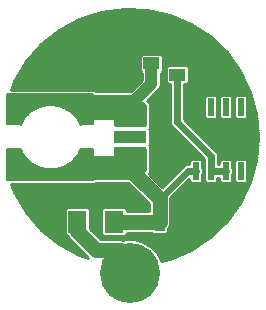
<source format=gtl>
G75*
%MOIN*%
%OFA0B0*%
%FSLAX25Y25*%
%IPPOS*%
%LPD*%
%AMOC8*
5,1,8,0,0,1.08239X$1,22.5*
%
%ADD10C,0.00500*%
%ADD11C,0.00160*%
%ADD12R,0.05000X0.05000*%
%ADD13R,0.11024X0.02165*%
%ADD14R,0.11024X0.03937*%
%ADD15R,0.05512X0.03937*%
%ADD16R,0.03543X0.06299*%
%ADD17R,0.02165X0.05906*%
%ADD18R,0.06299X0.07480*%
%ADD19C,0.15000*%
%ADD20C,0.20000*%
%ADD21C,0.01000*%
%ADD22C,0.04000*%
%ADD23C,0.05000*%
%ADD24C,0.02400*%
D10*
X0086981Y0044630D02*
X0086981Y0054866D01*
X0091509Y0054866D01*
X0091871Y0053609D01*
X0092426Y0052424D01*
X0093159Y0051340D01*
X0094053Y0050384D01*
X0095085Y0049580D01*
X0096230Y0048947D01*
X0097460Y0048501D01*
X0098745Y0048253D01*
X0100053Y0048209D01*
X0101351Y0048370D01*
X0102657Y0048162D01*
X0103980Y0048170D01*
X0105283Y0048396D01*
X0106532Y0048832D01*
X0107692Y0049467D01*
X0108732Y0050284D01*
X0109624Y0051261D01*
X0110344Y0052371D01*
X0110872Y0053583D01*
X0111194Y0054866D01*
X0115721Y0054866D01*
X0115721Y0044630D01*
X0086981Y0044630D01*
X0086981Y0044870D02*
X0115721Y0044870D01*
X0115721Y0045369D02*
X0086981Y0045369D01*
X0086981Y0045868D02*
X0115721Y0045868D01*
X0115721Y0046366D02*
X0086981Y0046366D01*
X0086981Y0046865D02*
X0115721Y0046865D01*
X0115721Y0047363D02*
X0086981Y0047363D01*
X0086981Y0047862D02*
X0115721Y0047862D01*
X0115721Y0048360D02*
X0105076Y0048360D01*
X0106580Y0048859D02*
X0115721Y0048859D01*
X0115721Y0049357D02*
X0107490Y0049357D01*
X0108186Y0049856D02*
X0115721Y0049856D01*
X0115721Y0050354D02*
X0108796Y0050354D01*
X0109251Y0050853D02*
X0115721Y0050853D01*
X0115721Y0051351D02*
X0109683Y0051351D01*
X0110006Y0051850D02*
X0115721Y0051850D01*
X0115721Y0052348D02*
X0110329Y0052348D01*
X0110551Y0052847D02*
X0115721Y0052847D01*
X0115721Y0053345D02*
X0110768Y0053345D01*
X0110937Y0053844D02*
X0115721Y0053844D01*
X0115721Y0054342D02*
X0111062Y0054342D01*
X0111188Y0054841D02*
X0115721Y0054841D01*
X0115721Y0063134D02*
X0111194Y0063134D01*
X0110832Y0064391D01*
X0110277Y0065576D01*
X0109544Y0066660D01*
X0108650Y0067616D01*
X0107618Y0068420D01*
X0106473Y0069053D01*
X0105243Y0069499D01*
X0103958Y0069747D01*
X0102650Y0069791D01*
X0101351Y0069630D01*
X0100045Y0069838D01*
X0098723Y0069830D01*
X0097419Y0069604D01*
X0096171Y0069168D01*
X0095011Y0068533D01*
X0093971Y0067716D01*
X0093078Y0066739D01*
X0092359Y0065629D01*
X0091831Y0064417D01*
X0091509Y0063134D01*
X0086981Y0063134D01*
X0086981Y0073370D01*
X0115721Y0073370D01*
X0115721Y0063134D01*
X0115721Y0063315D02*
X0111142Y0063315D01*
X0110998Y0063814D02*
X0115721Y0063814D01*
X0115721Y0064312D02*
X0110854Y0064312D01*
X0110635Y0064811D02*
X0115721Y0064811D01*
X0115721Y0065309D02*
X0110402Y0065309D01*
X0110120Y0065808D02*
X0115721Y0065808D01*
X0115721Y0066306D02*
X0109783Y0066306D01*
X0109409Y0066805D02*
X0115721Y0066805D01*
X0115721Y0067303D02*
X0108942Y0067303D01*
X0108412Y0067802D02*
X0115721Y0067802D01*
X0115721Y0068301D02*
X0107772Y0068301D01*
X0106933Y0068799D02*
X0115721Y0068799D01*
X0115721Y0069298D02*
X0105799Y0069298D01*
X0100310Y0069796D02*
X0115721Y0069796D01*
X0115721Y0070295D02*
X0086981Y0070295D01*
X0086981Y0070793D02*
X0115721Y0070793D01*
X0115721Y0071292D02*
X0086981Y0071292D01*
X0086981Y0071790D02*
X0115721Y0071790D01*
X0115721Y0072289D02*
X0086981Y0072289D01*
X0086981Y0072787D02*
X0115721Y0072787D01*
X0115721Y0073286D02*
X0086981Y0073286D01*
X0086981Y0069796D02*
X0098529Y0069796D01*
X0096542Y0069298D02*
X0086981Y0069298D01*
X0086981Y0068799D02*
X0095497Y0068799D01*
X0094715Y0068301D02*
X0086981Y0068301D01*
X0086981Y0067802D02*
X0094081Y0067802D01*
X0093594Y0067303D02*
X0086981Y0067303D01*
X0086981Y0066805D02*
X0093139Y0066805D01*
X0092798Y0066306D02*
X0086981Y0066306D01*
X0086981Y0065808D02*
X0092475Y0065808D01*
X0092219Y0065309D02*
X0086981Y0065309D01*
X0086981Y0064811D02*
X0092002Y0064811D01*
X0091805Y0064312D02*
X0086981Y0064312D01*
X0086981Y0063814D02*
X0091680Y0063814D01*
X0091554Y0063315D02*
X0086981Y0063315D01*
X0086981Y0054841D02*
X0091516Y0054841D01*
X0091660Y0054342D02*
X0086981Y0054342D01*
X0086981Y0053844D02*
X0091803Y0053844D01*
X0091995Y0053345D02*
X0086981Y0053345D01*
X0086981Y0052847D02*
X0092228Y0052847D01*
X0092477Y0052348D02*
X0086981Y0052348D01*
X0086981Y0051850D02*
X0092814Y0051850D01*
X0093151Y0051351D02*
X0086981Y0051351D01*
X0086981Y0050853D02*
X0093614Y0050853D01*
X0094091Y0050354D02*
X0086981Y0050354D01*
X0086981Y0049856D02*
X0094731Y0049856D01*
X0095488Y0049357D02*
X0086981Y0049357D01*
X0086981Y0048859D02*
X0096473Y0048859D01*
X0098190Y0048360D02*
X0086981Y0048360D01*
X0101271Y0048360D02*
X0101414Y0048360D01*
D11*
X0112455Y0063643D02*
X0111128Y0063085D01*
X0111023Y0063323D01*
X0110911Y0063558D01*
X0110795Y0063790D01*
X0110672Y0064019D01*
X0110544Y0064245D01*
X0110410Y0064468D01*
X0110271Y0064688D01*
X0110127Y0064904D01*
X0109977Y0065117D01*
X0109823Y0065326D01*
X0109663Y0065531D01*
X0109498Y0065732D01*
X0109329Y0065929D01*
X0109155Y0066122D01*
X0108976Y0066310D01*
X0108792Y0066494D01*
X0108604Y0066674D01*
X0108412Y0066849D01*
X0108215Y0067019D01*
X0108015Y0067184D01*
X0107810Y0067345D01*
X0107602Y0067500D01*
X0107390Y0067650D01*
X0107174Y0067796D01*
X0106955Y0067935D01*
X0106733Y0068070D01*
X0106507Y0068198D01*
X0106278Y0068322D01*
X0106046Y0068440D01*
X0105812Y0068552D01*
X0105575Y0068658D01*
X0105335Y0068758D01*
X0105093Y0068853D01*
X0104848Y0068942D01*
X0104602Y0069024D01*
X0104354Y0069101D01*
X0104103Y0069171D01*
X0103852Y0069236D01*
X0103598Y0069294D01*
X0103344Y0069346D01*
X0103088Y0069392D01*
X0102831Y0069432D01*
X0102573Y0069465D01*
X0102314Y0069492D01*
X0102055Y0069513D01*
X0101796Y0069527D01*
X0101536Y0069535D01*
X0101276Y0069537D01*
X0101016Y0069532D01*
X0100757Y0069521D01*
X0100497Y0069504D01*
X0100238Y0069480D01*
X0099980Y0069450D01*
X0099723Y0069414D01*
X0099466Y0069372D01*
X0099211Y0069323D01*
X0098957Y0069268D01*
X0098704Y0069207D01*
X0098453Y0069140D01*
X0098204Y0069066D01*
X0097956Y0068987D01*
X0097711Y0068901D01*
X0097468Y0068810D01*
X0097226Y0068713D01*
X0096988Y0068610D01*
X0096752Y0068501D01*
X0096519Y0068386D01*
X0096288Y0068266D01*
X0096061Y0068140D01*
X0095837Y0068008D01*
X0095616Y0067872D01*
X0095398Y0067729D01*
X0095184Y0067582D01*
X0094974Y0067429D01*
X0094767Y0067272D01*
X0094564Y0067109D01*
X0094366Y0066941D01*
X0094171Y0066769D01*
X0093981Y0066592D01*
X0093795Y0066410D01*
X0093613Y0066224D01*
X0093437Y0066033D01*
X0093264Y0065839D01*
X0093097Y0065640D01*
X0092935Y0065437D01*
X0092777Y0065230D01*
X0092625Y0065019D01*
X0092478Y0064805D01*
X0092336Y0064587D01*
X0092200Y0064366D01*
X0092068Y0064142D01*
X0091943Y0063914D01*
X0091823Y0063683D01*
X0091709Y0063450D01*
X0091600Y0063214D01*
X0091497Y0062975D01*
X0090164Y0063518D01*
X0090280Y0063790D01*
X0090403Y0064058D01*
X0090533Y0064323D01*
X0090669Y0064585D01*
X0090811Y0064844D01*
X0090960Y0065099D01*
X0091115Y0065351D01*
X0091276Y0065598D01*
X0091443Y0065842D01*
X0091616Y0066081D01*
X0091794Y0066316D01*
X0091979Y0066547D01*
X0092169Y0066773D01*
X0092364Y0066994D01*
X0092565Y0067211D01*
X0092771Y0067422D01*
X0092982Y0067629D01*
X0093198Y0067830D01*
X0093419Y0068026D01*
X0093644Y0068217D01*
X0093874Y0068402D01*
X0094109Y0068581D01*
X0094348Y0068754D01*
X0094591Y0068922D01*
X0094838Y0069084D01*
X0095089Y0069239D01*
X0095344Y0069389D01*
X0095602Y0069532D01*
X0095864Y0069669D01*
X0096129Y0069799D01*
X0096397Y0069923D01*
X0096668Y0070040D01*
X0096942Y0070151D01*
X0097218Y0070255D01*
X0097497Y0070352D01*
X0097778Y0070442D01*
X0098061Y0070525D01*
X0098346Y0070602D01*
X0098633Y0070671D01*
X0098922Y0070734D01*
X0099212Y0070789D01*
X0099503Y0070837D01*
X0099796Y0070879D01*
X0100089Y0070913D01*
X0100383Y0070939D01*
X0100678Y0070959D01*
X0100973Y0070972D01*
X0101268Y0070977D01*
X0101563Y0070975D01*
X0101858Y0070966D01*
X0102153Y0070949D01*
X0102448Y0070926D01*
X0102741Y0070895D01*
X0103034Y0070857D01*
X0103326Y0070812D01*
X0103617Y0070760D01*
X0103906Y0070701D01*
X0104194Y0070635D01*
X0104480Y0070561D01*
X0104764Y0070481D01*
X0105046Y0070394D01*
X0105326Y0070300D01*
X0105603Y0070199D01*
X0105878Y0070092D01*
X0106151Y0069978D01*
X0106420Y0069857D01*
X0106687Y0069729D01*
X0106950Y0069596D01*
X0107210Y0069455D01*
X0107466Y0069309D01*
X0107719Y0069156D01*
X0107968Y0068997D01*
X0108213Y0068832D01*
X0108453Y0068662D01*
X0108690Y0068485D01*
X0108922Y0068303D01*
X0109150Y0068115D01*
X0109373Y0067921D01*
X0109591Y0067722D01*
X0109805Y0067518D01*
X0110013Y0067309D01*
X0110216Y0067095D01*
X0110414Y0066875D01*
X0110606Y0066651D01*
X0110793Y0066423D01*
X0110975Y0066190D01*
X0111150Y0065952D01*
X0111320Y0065711D01*
X0111484Y0065465D01*
X0111641Y0065215D01*
X0111793Y0064962D01*
X0111938Y0064705D01*
X0112077Y0064444D01*
X0112210Y0064181D01*
X0112336Y0063914D01*
X0112456Y0063644D01*
X0112316Y0063585D01*
X0112198Y0063852D01*
X0112074Y0064115D01*
X0111943Y0064376D01*
X0111805Y0064633D01*
X0111662Y0064887D01*
X0111512Y0065137D01*
X0111357Y0065384D01*
X0111195Y0065626D01*
X0111027Y0065865D01*
X0110854Y0066099D01*
X0110675Y0066329D01*
X0110490Y0066555D01*
X0110300Y0066776D01*
X0110105Y0066993D01*
X0109904Y0067204D01*
X0109699Y0067411D01*
X0109488Y0067612D01*
X0109272Y0067809D01*
X0109052Y0068000D01*
X0108827Y0068185D01*
X0108598Y0068365D01*
X0108364Y0068540D01*
X0108126Y0068708D01*
X0107884Y0068871D01*
X0107639Y0069028D01*
X0107389Y0069179D01*
X0107136Y0069324D01*
X0106879Y0069462D01*
X0106619Y0069594D01*
X0106356Y0069720D01*
X0106090Y0069839D01*
X0105821Y0069952D01*
X0105550Y0070058D01*
X0105276Y0070158D01*
X0104999Y0070250D01*
X0104721Y0070336D01*
X0104440Y0070416D01*
X0104158Y0070488D01*
X0103874Y0070553D01*
X0103588Y0070612D01*
X0103301Y0070663D01*
X0103013Y0070708D01*
X0102724Y0070745D01*
X0102434Y0070775D01*
X0102143Y0070799D01*
X0101852Y0070815D01*
X0101560Y0070824D01*
X0101269Y0070826D01*
X0100977Y0070821D01*
X0100686Y0070808D01*
X0100395Y0070789D01*
X0100105Y0070762D01*
X0099815Y0070729D01*
X0099526Y0070688D01*
X0099239Y0070640D01*
X0098952Y0070586D01*
X0098667Y0070524D01*
X0098384Y0070456D01*
X0098102Y0070380D01*
X0097823Y0070298D01*
X0097545Y0070209D01*
X0097270Y0070113D01*
X0096997Y0070010D01*
X0096726Y0069901D01*
X0096459Y0069785D01*
X0096194Y0069663D01*
X0095933Y0069534D01*
X0095674Y0069399D01*
X0095419Y0069258D01*
X0095168Y0069110D01*
X0094920Y0068957D01*
X0094676Y0068797D01*
X0094436Y0068632D01*
X0094200Y0068460D01*
X0093968Y0068283D01*
X0093741Y0068101D01*
X0093518Y0067912D01*
X0093300Y0067719D01*
X0093087Y0067520D01*
X0092878Y0067316D01*
X0092675Y0067107D01*
X0092477Y0066894D01*
X0092284Y0066675D01*
X0092096Y0066452D01*
X0091914Y0066224D01*
X0091738Y0065992D01*
X0091567Y0065755D01*
X0091402Y0065515D01*
X0091243Y0065271D01*
X0091090Y0065022D01*
X0090943Y0064770D01*
X0090803Y0064515D01*
X0090668Y0064256D01*
X0090540Y0063994D01*
X0090419Y0063729D01*
X0090303Y0063461D01*
X0090443Y0063404D01*
X0090557Y0063669D01*
X0090677Y0063931D01*
X0090803Y0064189D01*
X0090936Y0064445D01*
X0091075Y0064697D01*
X0091220Y0064945D01*
X0091371Y0065190D01*
X0091528Y0065432D01*
X0091691Y0065669D01*
X0091859Y0065903D01*
X0092034Y0066132D01*
X0092213Y0066357D01*
X0092399Y0066577D01*
X0092589Y0066793D01*
X0092785Y0067004D01*
X0092986Y0067210D01*
X0093191Y0067411D01*
X0093402Y0067608D01*
X0093617Y0067799D01*
X0093837Y0067984D01*
X0094062Y0068165D01*
X0094290Y0068339D01*
X0094523Y0068509D01*
X0094760Y0068672D01*
X0095001Y0068830D01*
X0095246Y0068981D01*
X0095494Y0069127D01*
X0095746Y0069266D01*
X0096001Y0069400D01*
X0096259Y0069527D01*
X0096521Y0069647D01*
X0096785Y0069762D01*
X0097052Y0069869D01*
X0097321Y0069971D01*
X0097593Y0070065D01*
X0097867Y0070153D01*
X0098143Y0070235D01*
X0098422Y0070309D01*
X0098701Y0070377D01*
X0098983Y0070438D01*
X0099265Y0070492D01*
X0099549Y0070539D01*
X0099834Y0070579D01*
X0100120Y0070612D01*
X0100407Y0070638D01*
X0100694Y0070658D01*
X0100982Y0070670D01*
X0101270Y0070675D01*
X0101558Y0070673D01*
X0101845Y0070664D01*
X0102133Y0070648D01*
X0102420Y0070625D01*
X0102706Y0070595D01*
X0102991Y0070558D01*
X0103276Y0070514D01*
X0103559Y0070464D01*
X0103841Y0070406D01*
X0104122Y0070341D01*
X0104401Y0070270D01*
X0104678Y0070192D01*
X0104953Y0070107D01*
X0105226Y0070015D01*
X0105496Y0069917D01*
X0105764Y0069812D01*
X0106030Y0069701D01*
X0106293Y0069583D01*
X0106552Y0069459D01*
X0106809Y0069328D01*
X0107062Y0069192D01*
X0107312Y0069049D01*
X0107559Y0068900D01*
X0107801Y0068745D01*
X0108040Y0068585D01*
X0108275Y0068418D01*
X0108506Y0068246D01*
X0108732Y0068068D01*
X0108954Y0067885D01*
X0109172Y0067696D01*
X0109384Y0067502D01*
X0109592Y0067303D01*
X0109795Y0067099D01*
X0109994Y0066891D01*
X0110186Y0066677D01*
X0110374Y0066459D01*
X0110556Y0066236D01*
X0110733Y0066009D01*
X0110904Y0065777D01*
X0111070Y0065542D01*
X0111229Y0065302D01*
X0111383Y0065059D01*
X0111531Y0064812D01*
X0111673Y0064561D01*
X0111808Y0064307D01*
X0111938Y0064050D01*
X0112061Y0063790D01*
X0112177Y0063527D01*
X0112038Y0063468D01*
X0111923Y0063728D01*
X0111801Y0063985D01*
X0111674Y0064239D01*
X0111540Y0064489D01*
X0111400Y0064737D01*
X0111254Y0064980D01*
X0111102Y0065221D01*
X0110945Y0065457D01*
X0110781Y0065690D01*
X0110612Y0065918D01*
X0110438Y0066142D01*
X0110258Y0066362D01*
X0110073Y0066578D01*
X0109882Y0066789D01*
X0109687Y0066995D01*
X0109486Y0067196D01*
X0109281Y0067392D01*
X0109071Y0067584D01*
X0108856Y0067770D01*
X0108637Y0067951D01*
X0108413Y0068126D01*
X0108186Y0068296D01*
X0107954Y0068461D01*
X0107718Y0068619D01*
X0107478Y0068772D01*
X0107235Y0068919D01*
X0106989Y0069060D01*
X0106738Y0069195D01*
X0106485Y0069324D01*
X0106229Y0069446D01*
X0105969Y0069562D01*
X0105707Y0069672D01*
X0105443Y0069776D01*
X0105176Y0069873D01*
X0104906Y0069963D01*
X0104635Y0070047D01*
X0104361Y0070124D01*
X0104086Y0070195D01*
X0103809Y0070258D01*
X0103531Y0070315D01*
X0103251Y0070365D01*
X0102970Y0070409D01*
X0102688Y0070445D01*
X0102406Y0070475D01*
X0102122Y0070497D01*
X0101839Y0070513D01*
X0101555Y0070522D01*
X0101271Y0070524D01*
X0100986Y0070519D01*
X0100703Y0070507D01*
X0100419Y0070488D01*
X0100136Y0070462D01*
X0099854Y0070429D01*
X0099572Y0070390D01*
X0099292Y0070343D01*
X0099013Y0070290D01*
X0098735Y0070230D01*
X0098459Y0070163D01*
X0098185Y0070089D01*
X0097912Y0070009D01*
X0097641Y0069922D01*
X0097373Y0069829D01*
X0097107Y0069729D01*
X0096844Y0069622D01*
X0096583Y0069510D01*
X0096325Y0069391D01*
X0096070Y0069265D01*
X0095818Y0069134D01*
X0095569Y0068996D01*
X0095324Y0068852D01*
X0095083Y0068702D01*
X0094845Y0068547D01*
X0094611Y0068386D01*
X0094381Y0068219D01*
X0094155Y0068046D01*
X0093934Y0067868D01*
X0093717Y0067685D01*
X0093504Y0067496D01*
X0093296Y0067303D01*
X0093093Y0067104D01*
X0092895Y0066900D01*
X0092701Y0066692D01*
X0092513Y0066479D01*
X0092331Y0066261D01*
X0092153Y0066040D01*
X0091981Y0065813D01*
X0091815Y0065583D01*
X0091654Y0065349D01*
X0091499Y0065110D01*
X0091350Y0064869D01*
X0091207Y0064623D01*
X0091070Y0064374D01*
X0090939Y0064122D01*
X0090814Y0063867D01*
X0090695Y0063609D01*
X0090583Y0063347D01*
X0090723Y0063290D01*
X0090834Y0063548D01*
X0090951Y0063803D01*
X0091074Y0064055D01*
X0091203Y0064304D01*
X0091339Y0064549D01*
X0091480Y0064792D01*
X0091627Y0065030D01*
X0091780Y0065265D01*
X0091939Y0065497D01*
X0092103Y0065724D01*
X0092273Y0065947D01*
X0092448Y0066166D01*
X0092628Y0066381D01*
X0092814Y0066591D01*
X0093005Y0066797D01*
X0093200Y0066998D01*
X0093401Y0067194D01*
X0093606Y0067385D01*
X0093816Y0067571D01*
X0094030Y0067752D01*
X0094249Y0067928D01*
X0094472Y0068098D01*
X0094699Y0068263D01*
X0094930Y0068422D01*
X0095164Y0068575D01*
X0095403Y0068723D01*
X0095645Y0068865D01*
X0095890Y0069001D01*
X0096139Y0069131D01*
X0096390Y0069254D01*
X0096645Y0069372D01*
X0096902Y0069483D01*
X0097162Y0069588D01*
X0097425Y0069687D01*
X0097690Y0069779D01*
X0097957Y0069865D01*
X0098226Y0069944D01*
X0098497Y0070017D01*
X0098769Y0070083D01*
X0099043Y0070142D01*
X0099319Y0070195D01*
X0099595Y0070240D01*
X0099873Y0070280D01*
X0100152Y0070312D01*
X0100431Y0070337D01*
X0100711Y0070356D01*
X0100991Y0070368D01*
X0101271Y0070373D01*
X0101552Y0070371D01*
X0101832Y0070362D01*
X0102112Y0070347D01*
X0102392Y0070324D01*
X0102671Y0070295D01*
X0102949Y0070259D01*
X0103226Y0070217D01*
X0103502Y0070167D01*
X0103777Y0070111D01*
X0104050Y0070048D01*
X0104322Y0069978D01*
X0104592Y0069902D01*
X0104860Y0069819D01*
X0105126Y0069730D01*
X0105389Y0069635D01*
X0105650Y0069532D01*
X0105909Y0069424D01*
X0106165Y0069309D01*
X0106418Y0069188D01*
X0106668Y0069061D01*
X0106915Y0068928D01*
X0107158Y0068789D01*
X0107398Y0068644D01*
X0107635Y0068493D01*
X0107868Y0068337D01*
X0108096Y0068174D01*
X0108321Y0068007D01*
X0108542Y0067834D01*
X0108758Y0067655D01*
X0108970Y0067471D01*
X0109177Y0067283D01*
X0109380Y0067089D01*
X0109578Y0066890D01*
X0109771Y0066687D01*
X0109959Y0066478D01*
X0110142Y0066266D01*
X0110319Y0066049D01*
X0110492Y0065827D01*
X0110658Y0065602D01*
X0110820Y0065372D01*
X0110975Y0065139D01*
X0111125Y0064902D01*
X0111269Y0064661D01*
X0111407Y0064417D01*
X0111539Y0064170D01*
X0111665Y0063919D01*
X0111785Y0063666D01*
X0111899Y0063409D01*
X0111760Y0063351D01*
X0111647Y0063604D01*
X0111529Y0063854D01*
X0111405Y0064101D01*
X0111274Y0064345D01*
X0111138Y0064586D01*
X0110996Y0064824D01*
X0110848Y0065058D01*
X0110694Y0065288D01*
X0110535Y0065514D01*
X0110371Y0065737D01*
X0110201Y0065955D01*
X0110025Y0066169D01*
X0109845Y0066379D01*
X0109660Y0066585D01*
X0109469Y0066785D01*
X0109274Y0066981D01*
X0109074Y0067173D01*
X0108869Y0067359D01*
X0108660Y0067540D01*
X0108447Y0067716D01*
X0108229Y0067887D01*
X0108007Y0068053D01*
X0107781Y0068213D01*
X0107552Y0068367D01*
X0107318Y0068516D01*
X0107081Y0068659D01*
X0106841Y0068796D01*
X0106598Y0068928D01*
X0106351Y0069053D01*
X0106101Y0069172D01*
X0105849Y0069286D01*
X0105593Y0069393D01*
X0105336Y0069493D01*
X0105076Y0069588D01*
X0104813Y0069676D01*
X0104549Y0069757D01*
X0104282Y0069833D01*
X0104014Y0069901D01*
X0103745Y0069963D01*
X0103473Y0070019D01*
X0103201Y0070068D01*
X0102928Y0070110D01*
X0102653Y0070145D01*
X0102378Y0070174D01*
X0102102Y0070196D01*
X0101826Y0070211D01*
X0101549Y0070220D01*
X0101272Y0070222D01*
X0100996Y0070217D01*
X0100719Y0070205D01*
X0100443Y0070187D01*
X0100167Y0070162D01*
X0099892Y0070130D01*
X0099618Y0070091D01*
X0099345Y0070046D01*
X0099074Y0069994D01*
X0098803Y0069936D01*
X0098534Y0069870D01*
X0098267Y0069799D01*
X0098001Y0069721D01*
X0097738Y0069636D01*
X0097476Y0069545D01*
X0097217Y0069448D01*
X0096961Y0069344D01*
X0096707Y0069234D01*
X0096456Y0069118D01*
X0096207Y0068996D01*
X0095962Y0068868D01*
X0095720Y0068734D01*
X0095481Y0068594D01*
X0095246Y0068448D01*
X0095014Y0068297D01*
X0094786Y0068140D01*
X0094562Y0067977D01*
X0094342Y0067809D01*
X0094127Y0067636D01*
X0093915Y0067457D01*
X0093708Y0067274D01*
X0093506Y0067085D01*
X0093308Y0066892D01*
X0093115Y0066693D01*
X0092926Y0066491D01*
X0092743Y0066283D01*
X0092565Y0066071D01*
X0092392Y0065855D01*
X0092225Y0065635D01*
X0092063Y0065410D01*
X0091906Y0065182D01*
X0091755Y0064950D01*
X0091610Y0064715D01*
X0091470Y0064476D01*
X0091337Y0064233D01*
X0091209Y0063988D01*
X0091088Y0063739D01*
X0090972Y0063488D01*
X0090863Y0063234D01*
X0091003Y0063177D01*
X0091111Y0063427D01*
X0091225Y0063675D01*
X0091345Y0063921D01*
X0091470Y0064163D01*
X0091602Y0064402D01*
X0091740Y0064638D01*
X0091883Y0064870D01*
X0092032Y0065099D01*
X0092187Y0065324D01*
X0092347Y0065546D01*
X0092512Y0065763D01*
X0092682Y0065976D01*
X0092858Y0066185D01*
X0093039Y0066390D01*
X0093225Y0066590D01*
X0093415Y0066786D01*
X0093610Y0066976D01*
X0093810Y0067162D01*
X0094014Y0067344D01*
X0094223Y0067520D01*
X0094436Y0067691D01*
X0094653Y0067856D01*
X0094874Y0068017D01*
X0095099Y0068172D01*
X0095327Y0068321D01*
X0095559Y0068465D01*
X0095795Y0068603D01*
X0096034Y0068735D01*
X0096276Y0068862D01*
X0096521Y0068982D01*
X0096769Y0069097D01*
X0097019Y0069205D01*
X0097273Y0069307D01*
X0097528Y0069403D01*
X0097786Y0069493D01*
X0098046Y0069576D01*
X0098308Y0069654D01*
X0098572Y0069724D01*
X0098837Y0069788D01*
X0099104Y0069846D01*
X0099372Y0069897D01*
X0099641Y0069942D01*
X0099912Y0069980D01*
X0100183Y0070011D01*
X0100455Y0070036D01*
X0100727Y0070054D01*
X0101000Y0070066D01*
X0101273Y0070071D01*
X0101546Y0070069D01*
X0101819Y0070061D01*
X0102092Y0070045D01*
X0102364Y0070024D01*
X0102635Y0069995D01*
X0102906Y0069960D01*
X0103176Y0069919D01*
X0103445Y0069871D01*
X0103712Y0069816D01*
X0103978Y0069755D01*
X0104243Y0069687D01*
X0104506Y0069613D01*
X0104767Y0069532D01*
X0105025Y0069445D01*
X0105282Y0069352D01*
X0105536Y0069253D01*
X0105788Y0069147D01*
X0106037Y0069036D01*
X0106284Y0068918D01*
X0106527Y0068794D01*
X0106767Y0068665D01*
X0107005Y0068529D01*
X0107238Y0068388D01*
X0107468Y0068241D01*
X0107695Y0068089D01*
X0107918Y0067931D01*
X0108137Y0067768D01*
X0108351Y0067599D01*
X0108562Y0067425D01*
X0108768Y0067247D01*
X0108970Y0067063D01*
X0109168Y0066874D01*
X0109360Y0066681D01*
X0109548Y0066482D01*
X0109731Y0066280D01*
X0109909Y0066073D01*
X0110082Y0065862D01*
X0110250Y0065646D01*
X0110412Y0065427D01*
X0110569Y0065203D01*
X0110721Y0064976D01*
X0110867Y0064745D01*
X0111007Y0064511D01*
X0111142Y0064273D01*
X0111270Y0064033D01*
X0111393Y0063789D01*
X0111510Y0063542D01*
X0111620Y0063292D01*
X0111481Y0063234D01*
X0111372Y0063480D01*
X0111257Y0063723D01*
X0111136Y0063964D01*
X0111009Y0064202D01*
X0110876Y0064436D01*
X0110738Y0064667D01*
X0110594Y0064895D01*
X0110444Y0065119D01*
X0110289Y0065339D01*
X0110129Y0065556D01*
X0109964Y0065768D01*
X0109793Y0065976D01*
X0109617Y0066181D01*
X0109437Y0066380D01*
X0109252Y0066576D01*
X0109061Y0066767D01*
X0108867Y0066953D01*
X0108668Y0067134D01*
X0108464Y0067310D01*
X0108256Y0067482D01*
X0108044Y0067648D01*
X0107828Y0067809D01*
X0107609Y0067965D01*
X0107385Y0068115D01*
X0107158Y0068260D01*
X0106928Y0068399D01*
X0106694Y0068533D01*
X0106457Y0068661D01*
X0106217Y0068783D01*
X0105974Y0068899D01*
X0105728Y0069009D01*
X0105479Y0069113D01*
X0105229Y0069211D01*
X0104975Y0069303D01*
X0104720Y0069389D01*
X0104463Y0069468D01*
X0104203Y0069541D01*
X0103943Y0069608D01*
X0103680Y0069668D01*
X0103416Y0069722D01*
X0103151Y0069770D01*
X0102885Y0069811D01*
X0102618Y0069845D01*
X0102350Y0069873D01*
X0102081Y0069895D01*
X0101813Y0069910D01*
X0101543Y0069918D01*
X0101274Y0069920D01*
X0101005Y0069915D01*
X0100736Y0069904D01*
X0100467Y0069886D01*
X0100199Y0069861D01*
X0099931Y0069830D01*
X0099664Y0069793D01*
X0099399Y0069749D01*
X0099134Y0069698D01*
X0098871Y0069641D01*
X0098609Y0069578D01*
X0098349Y0069508D01*
X0098091Y0069432D01*
X0097834Y0069350D01*
X0097580Y0069261D01*
X0097328Y0069167D01*
X0097078Y0069066D01*
X0096831Y0068959D01*
X0096586Y0068846D01*
X0096344Y0068727D01*
X0096106Y0068602D01*
X0095870Y0068472D01*
X0095638Y0068336D01*
X0095409Y0068194D01*
X0095183Y0068047D01*
X0094962Y0067894D01*
X0094744Y0067736D01*
X0094530Y0067572D01*
X0094320Y0067404D01*
X0094114Y0067230D01*
X0093912Y0067051D01*
X0093715Y0066868D01*
X0093522Y0066679D01*
X0093335Y0066486D01*
X0093151Y0066289D01*
X0092973Y0066087D01*
X0092800Y0065881D01*
X0092631Y0065671D01*
X0092468Y0065456D01*
X0092311Y0065238D01*
X0092158Y0065016D01*
X0092011Y0064790D01*
X0091870Y0064561D01*
X0091734Y0064328D01*
X0091604Y0064093D01*
X0091480Y0063854D01*
X0091361Y0063612D01*
X0091249Y0063367D01*
X0091142Y0063120D01*
X0091282Y0063063D01*
X0091387Y0063307D01*
X0091498Y0063548D01*
X0091615Y0063786D01*
X0091738Y0064022D01*
X0091866Y0064255D01*
X0092000Y0064484D01*
X0092139Y0064710D01*
X0092284Y0064933D01*
X0092435Y0065152D01*
X0092590Y0065367D01*
X0092751Y0065578D01*
X0092917Y0065786D01*
X0093088Y0065989D01*
X0093264Y0066188D01*
X0093444Y0066383D01*
X0093630Y0066573D01*
X0093820Y0066759D01*
X0094014Y0066940D01*
X0094213Y0067116D01*
X0094416Y0067287D01*
X0094623Y0067454D01*
X0094834Y0067615D01*
X0095049Y0067771D01*
X0095268Y0067922D01*
X0095490Y0068067D01*
X0095716Y0068207D01*
X0095945Y0068341D01*
X0096178Y0068470D01*
X0096413Y0068593D01*
X0096652Y0068710D01*
X0096893Y0068821D01*
X0097136Y0068927D01*
X0097383Y0069026D01*
X0097631Y0069119D01*
X0097882Y0069207D01*
X0098135Y0069288D01*
X0098390Y0069363D01*
X0098647Y0069432D01*
X0098905Y0069494D01*
X0099164Y0069550D01*
X0099425Y0069600D01*
X0099687Y0069643D01*
X0099950Y0069680D01*
X0100214Y0069711D01*
X0100479Y0069735D01*
X0100744Y0069753D01*
X0101009Y0069764D01*
X0101275Y0069769D01*
X0101540Y0069767D01*
X0101806Y0069759D01*
X0102071Y0069744D01*
X0102336Y0069723D01*
X0102600Y0069695D01*
X0102864Y0069661D01*
X0103126Y0069621D01*
X0103388Y0069574D01*
X0103648Y0069521D01*
X0103907Y0069461D01*
X0104164Y0069395D01*
X0104420Y0069323D01*
X0104673Y0069245D01*
X0104925Y0069160D01*
X0105175Y0069070D01*
X0105422Y0068973D01*
X0105667Y0068870D01*
X0105910Y0068762D01*
X0106149Y0068647D01*
X0106386Y0068527D01*
X0106620Y0068401D01*
X0106851Y0068269D01*
X0107078Y0068132D01*
X0107302Y0067989D01*
X0107522Y0067841D01*
X0107739Y0067687D01*
X0107952Y0067529D01*
X0108161Y0067365D01*
X0108366Y0067196D01*
X0108567Y0067022D01*
X0108763Y0066843D01*
X0108955Y0066659D01*
X0109143Y0066471D01*
X0109326Y0066278D01*
X0109504Y0066081D01*
X0109677Y0065880D01*
X0109845Y0065674D01*
X0110008Y0065465D01*
X0110166Y0065251D01*
X0110319Y0065034D01*
X0110467Y0064813D01*
X0110609Y0064589D01*
X0110745Y0064361D01*
X0110876Y0064130D01*
X0111001Y0063895D01*
X0111121Y0063658D01*
X0111234Y0063418D01*
X0111342Y0063175D01*
X0111203Y0063117D01*
X0111097Y0063356D01*
X0110985Y0063593D01*
X0110867Y0063827D01*
X0110743Y0064058D01*
X0110614Y0064286D01*
X0110480Y0064510D01*
X0110339Y0064732D01*
X0110194Y0064950D01*
X0110043Y0065164D01*
X0109888Y0065374D01*
X0109727Y0065581D01*
X0109561Y0065784D01*
X0109390Y0065982D01*
X0109214Y0066176D01*
X0109034Y0066366D01*
X0108849Y0066552D01*
X0108660Y0066733D01*
X0108466Y0066909D01*
X0108268Y0067081D01*
X0108066Y0067247D01*
X0107860Y0067409D01*
X0107650Y0067566D01*
X0107436Y0067717D01*
X0107219Y0067863D01*
X0106998Y0068004D01*
X0106774Y0068139D01*
X0106546Y0068269D01*
X0106316Y0068393D01*
X0106082Y0068512D01*
X0105846Y0068625D01*
X0105607Y0068732D01*
X0105365Y0068833D01*
X0105121Y0068929D01*
X0104875Y0069018D01*
X0104627Y0069101D01*
X0104377Y0069179D01*
X0104125Y0069250D01*
X0103871Y0069315D01*
X0103616Y0069373D01*
X0103359Y0069426D01*
X0103101Y0069472D01*
X0102842Y0069512D01*
X0102582Y0069545D01*
X0102322Y0069573D01*
X0102061Y0069594D01*
X0101799Y0069608D01*
X0101538Y0069616D01*
X0101276Y0069618D01*
X0101014Y0069613D01*
X0100752Y0069602D01*
X0100491Y0069585D01*
X0100230Y0069561D01*
X0099970Y0069531D01*
X0099710Y0069494D01*
X0099452Y0069451D01*
X0099195Y0069402D01*
X0098939Y0069347D01*
X0098684Y0069285D01*
X0098431Y0069218D01*
X0098180Y0069144D01*
X0097930Y0069064D01*
X0097683Y0068978D01*
X0097438Y0068885D01*
X0097195Y0068787D01*
X0096955Y0068683D01*
X0096717Y0068574D01*
X0096482Y0068458D01*
X0096250Y0068337D01*
X0096020Y0068210D01*
X0095795Y0068078D01*
X0095572Y0067940D01*
X0095353Y0067796D01*
X0095137Y0067648D01*
X0094925Y0067494D01*
X0094717Y0067335D01*
X0094512Y0067171D01*
X0094312Y0067002D01*
X0094116Y0066829D01*
X0093925Y0066650D01*
X0093737Y0066467D01*
X0093554Y0066279D01*
X0093376Y0066087D01*
X0093203Y0065891D01*
X0093034Y0065691D01*
X0092871Y0065486D01*
X0092712Y0065278D01*
X0092559Y0065066D01*
X0092410Y0064850D01*
X0092267Y0064630D01*
X0092130Y0064407D01*
X0091998Y0064181D01*
X0091871Y0063952D01*
X0091750Y0063719D01*
X0091635Y0063484D01*
X0091526Y0063246D01*
X0091422Y0063006D01*
X0090247Y0054357D02*
X0091574Y0054915D01*
X0091679Y0054677D01*
X0091791Y0054442D01*
X0091907Y0054210D01*
X0092030Y0053981D01*
X0092158Y0053755D01*
X0092292Y0053532D01*
X0092431Y0053312D01*
X0092575Y0053096D01*
X0092725Y0052883D01*
X0092879Y0052674D01*
X0093039Y0052469D01*
X0093204Y0052268D01*
X0093373Y0052071D01*
X0093547Y0051878D01*
X0093726Y0051690D01*
X0093910Y0051506D01*
X0094098Y0051326D01*
X0094290Y0051151D01*
X0094487Y0050981D01*
X0094687Y0050816D01*
X0094892Y0050655D01*
X0095100Y0050500D01*
X0095312Y0050350D01*
X0095528Y0050204D01*
X0095747Y0050065D01*
X0095969Y0049930D01*
X0096195Y0049802D01*
X0096424Y0049678D01*
X0096656Y0049560D01*
X0096890Y0049448D01*
X0097127Y0049342D01*
X0097367Y0049242D01*
X0097609Y0049147D01*
X0097854Y0049058D01*
X0098100Y0048976D01*
X0098348Y0048899D01*
X0098599Y0048829D01*
X0098850Y0048764D01*
X0099104Y0048706D01*
X0099358Y0048654D01*
X0099614Y0048608D01*
X0099871Y0048568D01*
X0100129Y0048535D01*
X0100388Y0048508D01*
X0100647Y0048487D01*
X0100906Y0048473D01*
X0101166Y0048465D01*
X0101426Y0048463D01*
X0101686Y0048468D01*
X0101945Y0048479D01*
X0102205Y0048496D01*
X0102464Y0048520D01*
X0102722Y0048550D01*
X0102979Y0048586D01*
X0103236Y0048628D01*
X0103491Y0048677D01*
X0103745Y0048732D01*
X0103998Y0048793D01*
X0104249Y0048860D01*
X0104498Y0048934D01*
X0104746Y0049013D01*
X0104991Y0049099D01*
X0105234Y0049190D01*
X0105476Y0049287D01*
X0105714Y0049390D01*
X0105950Y0049499D01*
X0106183Y0049614D01*
X0106414Y0049734D01*
X0106641Y0049860D01*
X0106865Y0049992D01*
X0107086Y0050128D01*
X0107304Y0050271D01*
X0107518Y0050418D01*
X0107728Y0050571D01*
X0107935Y0050728D01*
X0108138Y0050891D01*
X0108336Y0051059D01*
X0108531Y0051231D01*
X0108721Y0051408D01*
X0108907Y0051590D01*
X0109089Y0051776D01*
X0109265Y0051967D01*
X0109438Y0052161D01*
X0109605Y0052360D01*
X0109767Y0052563D01*
X0109925Y0052770D01*
X0110077Y0052981D01*
X0110224Y0053195D01*
X0110366Y0053413D01*
X0110502Y0053634D01*
X0110634Y0053858D01*
X0110759Y0054086D01*
X0110879Y0054317D01*
X0110993Y0054550D01*
X0111102Y0054786D01*
X0111205Y0055025D01*
X0112538Y0054482D01*
X0112422Y0054210D01*
X0112299Y0053942D01*
X0112169Y0053677D01*
X0112033Y0053415D01*
X0111891Y0053156D01*
X0111742Y0052901D01*
X0111587Y0052649D01*
X0111426Y0052402D01*
X0111259Y0052158D01*
X0111086Y0051919D01*
X0110908Y0051684D01*
X0110723Y0051453D01*
X0110533Y0051227D01*
X0110338Y0051006D01*
X0110137Y0050789D01*
X0109931Y0050578D01*
X0109720Y0050371D01*
X0109504Y0050170D01*
X0109283Y0049974D01*
X0109058Y0049783D01*
X0108828Y0049598D01*
X0108593Y0049419D01*
X0108354Y0049246D01*
X0108111Y0049078D01*
X0107864Y0048916D01*
X0107613Y0048761D01*
X0107358Y0048611D01*
X0107100Y0048468D01*
X0106838Y0048331D01*
X0106573Y0048201D01*
X0106305Y0048077D01*
X0106034Y0047960D01*
X0105760Y0047849D01*
X0105484Y0047745D01*
X0105205Y0047648D01*
X0104924Y0047558D01*
X0104641Y0047475D01*
X0104356Y0047398D01*
X0104069Y0047329D01*
X0103780Y0047266D01*
X0103490Y0047211D01*
X0103199Y0047163D01*
X0102906Y0047121D01*
X0102613Y0047087D01*
X0102319Y0047061D01*
X0102024Y0047041D01*
X0101729Y0047028D01*
X0101434Y0047023D01*
X0101139Y0047025D01*
X0100844Y0047034D01*
X0100549Y0047051D01*
X0100254Y0047074D01*
X0099961Y0047105D01*
X0099668Y0047143D01*
X0099376Y0047188D01*
X0099085Y0047240D01*
X0098796Y0047299D01*
X0098508Y0047365D01*
X0098222Y0047439D01*
X0097938Y0047519D01*
X0097656Y0047606D01*
X0097376Y0047700D01*
X0097099Y0047801D01*
X0096824Y0047908D01*
X0096551Y0048022D01*
X0096282Y0048143D01*
X0096015Y0048271D01*
X0095752Y0048404D01*
X0095492Y0048545D01*
X0095236Y0048691D01*
X0094983Y0048844D01*
X0094734Y0049003D01*
X0094489Y0049168D01*
X0094249Y0049338D01*
X0094012Y0049515D01*
X0093780Y0049697D01*
X0093552Y0049885D01*
X0093329Y0050079D01*
X0093111Y0050278D01*
X0092897Y0050482D01*
X0092689Y0050691D01*
X0092486Y0050905D01*
X0092288Y0051125D01*
X0092096Y0051349D01*
X0091909Y0051577D01*
X0091727Y0051810D01*
X0091552Y0052048D01*
X0091382Y0052289D01*
X0091218Y0052535D01*
X0091061Y0052785D01*
X0090909Y0053038D01*
X0090764Y0053295D01*
X0090625Y0053556D01*
X0090492Y0053819D01*
X0090366Y0054086D01*
X0090246Y0054356D01*
X0090386Y0054415D01*
X0090504Y0054148D01*
X0090628Y0053885D01*
X0090759Y0053624D01*
X0090897Y0053367D01*
X0091040Y0053113D01*
X0091190Y0052863D01*
X0091345Y0052616D01*
X0091507Y0052374D01*
X0091675Y0052135D01*
X0091848Y0051901D01*
X0092027Y0051671D01*
X0092212Y0051445D01*
X0092402Y0051224D01*
X0092597Y0051007D01*
X0092798Y0050796D01*
X0093003Y0050589D01*
X0093214Y0050388D01*
X0093430Y0050191D01*
X0093650Y0050000D01*
X0093875Y0049815D01*
X0094104Y0049635D01*
X0094338Y0049460D01*
X0094576Y0049292D01*
X0094818Y0049129D01*
X0095063Y0048972D01*
X0095313Y0048821D01*
X0095566Y0048676D01*
X0095823Y0048538D01*
X0096083Y0048406D01*
X0096346Y0048280D01*
X0096612Y0048161D01*
X0096881Y0048048D01*
X0097152Y0047942D01*
X0097426Y0047842D01*
X0097703Y0047750D01*
X0097981Y0047664D01*
X0098262Y0047584D01*
X0098544Y0047512D01*
X0098828Y0047447D01*
X0099114Y0047388D01*
X0099401Y0047337D01*
X0099689Y0047292D01*
X0099978Y0047255D01*
X0100268Y0047225D01*
X0100559Y0047201D01*
X0100850Y0047185D01*
X0101142Y0047176D01*
X0101433Y0047174D01*
X0101725Y0047179D01*
X0102016Y0047192D01*
X0102307Y0047211D01*
X0102597Y0047238D01*
X0102887Y0047271D01*
X0103176Y0047312D01*
X0103463Y0047360D01*
X0103750Y0047414D01*
X0104035Y0047476D01*
X0104318Y0047544D01*
X0104600Y0047620D01*
X0104879Y0047702D01*
X0105157Y0047791D01*
X0105432Y0047887D01*
X0105705Y0047990D01*
X0105976Y0048099D01*
X0106243Y0048215D01*
X0106508Y0048337D01*
X0106769Y0048466D01*
X0107028Y0048601D01*
X0107283Y0048742D01*
X0107534Y0048890D01*
X0107782Y0049043D01*
X0108026Y0049203D01*
X0108266Y0049368D01*
X0108502Y0049540D01*
X0108734Y0049717D01*
X0108961Y0049899D01*
X0109184Y0050088D01*
X0109402Y0050281D01*
X0109615Y0050480D01*
X0109824Y0050684D01*
X0110027Y0050893D01*
X0110225Y0051106D01*
X0110418Y0051325D01*
X0110606Y0051548D01*
X0110788Y0051776D01*
X0110964Y0052008D01*
X0111135Y0052245D01*
X0111300Y0052485D01*
X0111459Y0052729D01*
X0111612Y0052978D01*
X0111759Y0053230D01*
X0111899Y0053485D01*
X0112034Y0053744D01*
X0112162Y0054006D01*
X0112283Y0054271D01*
X0112399Y0054539D01*
X0112259Y0054596D01*
X0112145Y0054331D01*
X0112025Y0054069D01*
X0111899Y0053811D01*
X0111766Y0053555D01*
X0111627Y0053303D01*
X0111482Y0053055D01*
X0111331Y0052810D01*
X0111174Y0052568D01*
X0111011Y0052331D01*
X0110843Y0052097D01*
X0110668Y0051868D01*
X0110489Y0051643D01*
X0110303Y0051423D01*
X0110113Y0051207D01*
X0109917Y0050996D01*
X0109716Y0050790D01*
X0109511Y0050589D01*
X0109300Y0050392D01*
X0109085Y0050201D01*
X0108865Y0050016D01*
X0108640Y0049835D01*
X0108412Y0049661D01*
X0108179Y0049491D01*
X0107942Y0049328D01*
X0107701Y0049170D01*
X0107456Y0049019D01*
X0107208Y0048873D01*
X0106956Y0048734D01*
X0106701Y0048600D01*
X0106443Y0048473D01*
X0106181Y0048353D01*
X0105917Y0048238D01*
X0105650Y0048131D01*
X0105381Y0048029D01*
X0105109Y0047935D01*
X0104835Y0047847D01*
X0104559Y0047765D01*
X0104280Y0047691D01*
X0104001Y0047623D01*
X0103719Y0047562D01*
X0103437Y0047508D01*
X0103153Y0047461D01*
X0102868Y0047421D01*
X0102582Y0047388D01*
X0102295Y0047362D01*
X0102008Y0047342D01*
X0101720Y0047330D01*
X0101432Y0047325D01*
X0101144Y0047327D01*
X0100857Y0047336D01*
X0100569Y0047352D01*
X0100282Y0047375D01*
X0099996Y0047405D01*
X0099711Y0047442D01*
X0099426Y0047486D01*
X0099143Y0047536D01*
X0098861Y0047594D01*
X0098580Y0047659D01*
X0098301Y0047730D01*
X0098024Y0047808D01*
X0097749Y0047893D01*
X0097476Y0047985D01*
X0097206Y0048083D01*
X0096938Y0048188D01*
X0096672Y0048299D01*
X0096409Y0048417D01*
X0096150Y0048541D01*
X0095893Y0048672D01*
X0095640Y0048808D01*
X0095390Y0048951D01*
X0095143Y0049100D01*
X0094901Y0049255D01*
X0094662Y0049415D01*
X0094427Y0049582D01*
X0094196Y0049754D01*
X0093970Y0049932D01*
X0093748Y0050115D01*
X0093530Y0050304D01*
X0093318Y0050498D01*
X0093110Y0050697D01*
X0092907Y0050901D01*
X0092708Y0051109D01*
X0092516Y0051323D01*
X0092328Y0051541D01*
X0092146Y0051764D01*
X0091969Y0051991D01*
X0091798Y0052223D01*
X0091632Y0052458D01*
X0091473Y0052698D01*
X0091319Y0052941D01*
X0091171Y0053188D01*
X0091029Y0053439D01*
X0090894Y0053693D01*
X0090764Y0053950D01*
X0090641Y0054210D01*
X0090525Y0054473D01*
X0090664Y0054532D01*
X0090779Y0054272D01*
X0090901Y0054015D01*
X0091028Y0053761D01*
X0091162Y0053511D01*
X0091302Y0053263D01*
X0091448Y0053020D01*
X0091600Y0052779D01*
X0091757Y0052543D01*
X0091921Y0052310D01*
X0092090Y0052082D01*
X0092264Y0051858D01*
X0092444Y0051638D01*
X0092629Y0051422D01*
X0092820Y0051211D01*
X0093015Y0051005D01*
X0093216Y0050804D01*
X0093421Y0050608D01*
X0093631Y0050416D01*
X0093846Y0050230D01*
X0094065Y0050049D01*
X0094289Y0049874D01*
X0094516Y0049704D01*
X0094748Y0049539D01*
X0094984Y0049381D01*
X0095224Y0049228D01*
X0095467Y0049081D01*
X0095713Y0048940D01*
X0095964Y0048805D01*
X0096217Y0048676D01*
X0096473Y0048554D01*
X0096733Y0048438D01*
X0096995Y0048328D01*
X0097259Y0048224D01*
X0097526Y0048127D01*
X0097796Y0048037D01*
X0098067Y0047953D01*
X0098341Y0047876D01*
X0098616Y0047805D01*
X0098893Y0047742D01*
X0099171Y0047685D01*
X0099451Y0047635D01*
X0099732Y0047591D01*
X0100014Y0047555D01*
X0100296Y0047525D01*
X0100580Y0047503D01*
X0100863Y0047487D01*
X0101147Y0047478D01*
X0101431Y0047476D01*
X0101716Y0047481D01*
X0101999Y0047493D01*
X0102283Y0047512D01*
X0102566Y0047538D01*
X0102848Y0047571D01*
X0103130Y0047610D01*
X0103410Y0047657D01*
X0103689Y0047710D01*
X0103967Y0047770D01*
X0104243Y0047837D01*
X0104517Y0047911D01*
X0104790Y0047991D01*
X0105061Y0048078D01*
X0105329Y0048171D01*
X0105595Y0048271D01*
X0105858Y0048378D01*
X0106119Y0048490D01*
X0106377Y0048609D01*
X0106632Y0048735D01*
X0106884Y0048866D01*
X0107133Y0049004D01*
X0107378Y0049148D01*
X0107619Y0049298D01*
X0107857Y0049453D01*
X0108091Y0049614D01*
X0108321Y0049781D01*
X0108547Y0049954D01*
X0108768Y0050132D01*
X0108985Y0050315D01*
X0109198Y0050504D01*
X0109406Y0050697D01*
X0109609Y0050896D01*
X0109807Y0051100D01*
X0110001Y0051308D01*
X0110189Y0051521D01*
X0110371Y0051739D01*
X0110549Y0051960D01*
X0110721Y0052187D01*
X0110887Y0052417D01*
X0111048Y0052651D01*
X0111203Y0052890D01*
X0111352Y0053131D01*
X0111495Y0053377D01*
X0111632Y0053626D01*
X0111763Y0053878D01*
X0111888Y0054133D01*
X0112007Y0054391D01*
X0112119Y0054653D01*
X0111979Y0054710D01*
X0111868Y0054452D01*
X0111751Y0054197D01*
X0111628Y0053945D01*
X0111499Y0053696D01*
X0111363Y0053451D01*
X0111222Y0053208D01*
X0111075Y0052970D01*
X0110922Y0052735D01*
X0110763Y0052503D01*
X0110599Y0052276D01*
X0110429Y0052053D01*
X0110254Y0051834D01*
X0110074Y0051619D01*
X0109888Y0051409D01*
X0109697Y0051203D01*
X0109502Y0051002D01*
X0109301Y0050806D01*
X0109096Y0050615D01*
X0108886Y0050429D01*
X0108672Y0050248D01*
X0108453Y0050072D01*
X0108230Y0049902D01*
X0108003Y0049737D01*
X0107772Y0049578D01*
X0107538Y0049425D01*
X0107299Y0049277D01*
X0107057Y0049135D01*
X0106812Y0048999D01*
X0106563Y0048869D01*
X0106312Y0048746D01*
X0106057Y0048628D01*
X0105800Y0048517D01*
X0105540Y0048412D01*
X0105277Y0048313D01*
X0105012Y0048221D01*
X0104745Y0048135D01*
X0104476Y0048056D01*
X0104205Y0047983D01*
X0103933Y0047917D01*
X0103659Y0047858D01*
X0103383Y0047805D01*
X0103107Y0047760D01*
X0102829Y0047720D01*
X0102550Y0047688D01*
X0102271Y0047663D01*
X0101991Y0047644D01*
X0101711Y0047632D01*
X0101431Y0047627D01*
X0101150Y0047629D01*
X0100870Y0047638D01*
X0100590Y0047653D01*
X0100310Y0047676D01*
X0100031Y0047705D01*
X0099753Y0047741D01*
X0099476Y0047783D01*
X0099200Y0047833D01*
X0098925Y0047889D01*
X0098652Y0047952D01*
X0098380Y0048022D01*
X0098110Y0048098D01*
X0097842Y0048181D01*
X0097576Y0048270D01*
X0097313Y0048365D01*
X0097052Y0048468D01*
X0096793Y0048576D01*
X0096537Y0048691D01*
X0096284Y0048812D01*
X0096034Y0048939D01*
X0095787Y0049072D01*
X0095544Y0049211D01*
X0095304Y0049356D01*
X0095067Y0049507D01*
X0094834Y0049663D01*
X0094606Y0049826D01*
X0094381Y0049993D01*
X0094160Y0050166D01*
X0093944Y0050345D01*
X0093732Y0050529D01*
X0093525Y0050717D01*
X0093322Y0050911D01*
X0093124Y0051110D01*
X0092931Y0051313D01*
X0092743Y0051522D01*
X0092560Y0051734D01*
X0092383Y0051951D01*
X0092210Y0052173D01*
X0092044Y0052398D01*
X0091882Y0052628D01*
X0091727Y0052861D01*
X0091577Y0053098D01*
X0091433Y0053339D01*
X0091295Y0053583D01*
X0091163Y0053830D01*
X0091037Y0054081D01*
X0090917Y0054334D01*
X0090803Y0054591D01*
X0090942Y0054649D01*
X0091055Y0054396D01*
X0091173Y0054146D01*
X0091297Y0053899D01*
X0091428Y0053655D01*
X0091564Y0053414D01*
X0091706Y0053176D01*
X0091854Y0052942D01*
X0092008Y0052712D01*
X0092167Y0052486D01*
X0092331Y0052263D01*
X0092501Y0052045D01*
X0092677Y0051831D01*
X0092857Y0051621D01*
X0093042Y0051415D01*
X0093233Y0051215D01*
X0093428Y0051019D01*
X0093628Y0050827D01*
X0093833Y0050641D01*
X0094042Y0050460D01*
X0094255Y0050284D01*
X0094473Y0050113D01*
X0094695Y0049947D01*
X0094921Y0049787D01*
X0095150Y0049633D01*
X0095384Y0049484D01*
X0095621Y0049341D01*
X0095861Y0049204D01*
X0096104Y0049072D01*
X0096351Y0048947D01*
X0096601Y0048828D01*
X0096853Y0048714D01*
X0097109Y0048607D01*
X0097366Y0048507D01*
X0097626Y0048412D01*
X0097889Y0048324D01*
X0098153Y0048243D01*
X0098420Y0048167D01*
X0098688Y0048099D01*
X0098957Y0048037D01*
X0099229Y0047981D01*
X0099501Y0047932D01*
X0099774Y0047890D01*
X0100049Y0047855D01*
X0100324Y0047826D01*
X0100600Y0047804D01*
X0100876Y0047789D01*
X0101153Y0047780D01*
X0101430Y0047778D01*
X0101706Y0047783D01*
X0101983Y0047795D01*
X0102259Y0047813D01*
X0102535Y0047838D01*
X0102810Y0047870D01*
X0103084Y0047909D01*
X0103357Y0047954D01*
X0103628Y0048006D01*
X0103899Y0048064D01*
X0104168Y0048130D01*
X0104435Y0048201D01*
X0104701Y0048279D01*
X0104964Y0048364D01*
X0105226Y0048455D01*
X0105485Y0048552D01*
X0105741Y0048656D01*
X0105995Y0048766D01*
X0106246Y0048882D01*
X0106495Y0049004D01*
X0106740Y0049132D01*
X0106982Y0049266D01*
X0107221Y0049406D01*
X0107456Y0049552D01*
X0107688Y0049703D01*
X0107916Y0049860D01*
X0108140Y0050023D01*
X0108360Y0050191D01*
X0108575Y0050364D01*
X0108787Y0050543D01*
X0108994Y0050726D01*
X0109196Y0050915D01*
X0109394Y0051108D01*
X0109587Y0051307D01*
X0109776Y0051509D01*
X0109959Y0051717D01*
X0110137Y0051929D01*
X0110310Y0052145D01*
X0110477Y0052365D01*
X0110639Y0052590D01*
X0110796Y0052818D01*
X0110947Y0053050D01*
X0111092Y0053285D01*
X0111232Y0053524D01*
X0111365Y0053767D01*
X0111493Y0054012D01*
X0111614Y0054261D01*
X0111730Y0054512D01*
X0111839Y0054766D01*
X0111699Y0054823D01*
X0111591Y0054573D01*
X0111477Y0054325D01*
X0111357Y0054079D01*
X0111232Y0053837D01*
X0111100Y0053598D01*
X0110962Y0053362D01*
X0110819Y0053130D01*
X0110670Y0052901D01*
X0110515Y0052676D01*
X0110355Y0052454D01*
X0110190Y0052237D01*
X0110020Y0052024D01*
X0109844Y0051815D01*
X0109663Y0051610D01*
X0109477Y0051410D01*
X0109287Y0051214D01*
X0109092Y0051024D01*
X0108892Y0050838D01*
X0108688Y0050656D01*
X0108479Y0050480D01*
X0108266Y0050309D01*
X0108049Y0050144D01*
X0107828Y0049983D01*
X0107603Y0049828D01*
X0107375Y0049679D01*
X0107143Y0049535D01*
X0106907Y0049397D01*
X0106668Y0049265D01*
X0106426Y0049138D01*
X0106181Y0049018D01*
X0105933Y0048903D01*
X0105683Y0048795D01*
X0105429Y0048693D01*
X0105174Y0048597D01*
X0104916Y0048507D01*
X0104656Y0048424D01*
X0104394Y0048346D01*
X0104130Y0048276D01*
X0103865Y0048212D01*
X0103598Y0048154D01*
X0103330Y0048103D01*
X0103061Y0048058D01*
X0102790Y0048020D01*
X0102519Y0047989D01*
X0102247Y0047964D01*
X0101975Y0047946D01*
X0101702Y0047934D01*
X0101429Y0047929D01*
X0101156Y0047931D01*
X0100883Y0047939D01*
X0100610Y0047955D01*
X0100338Y0047976D01*
X0100067Y0048005D01*
X0099796Y0048040D01*
X0099526Y0048081D01*
X0099257Y0048129D01*
X0098990Y0048184D01*
X0098724Y0048245D01*
X0098459Y0048313D01*
X0098196Y0048387D01*
X0097935Y0048468D01*
X0097677Y0048555D01*
X0097420Y0048648D01*
X0097166Y0048747D01*
X0096914Y0048853D01*
X0096665Y0048964D01*
X0096418Y0049082D01*
X0096175Y0049206D01*
X0095935Y0049335D01*
X0095697Y0049471D01*
X0095464Y0049612D01*
X0095234Y0049759D01*
X0095007Y0049911D01*
X0094784Y0050069D01*
X0094565Y0050232D01*
X0094351Y0050401D01*
X0094140Y0050575D01*
X0093934Y0050753D01*
X0093732Y0050937D01*
X0093534Y0051126D01*
X0093342Y0051319D01*
X0093154Y0051518D01*
X0092971Y0051720D01*
X0092793Y0051927D01*
X0092620Y0052138D01*
X0092452Y0052354D01*
X0092290Y0052573D01*
X0092133Y0052797D01*
X0091981Y0053024D01*
X0091835Y0053255D01*
X0091695Y0053489D01*
X0091560Y0053727D01*
X0091432Y0053967D01*
X0091309Y0054211D01*
X0091192Y0054458D01*
X0091082Y0054708D01*
X0091221Y0054766D01*
X0091330Y0054520D01*
X0091445Y0054277D01*
X0091566Y0054036D01*
X0091693Y0053798D01*
X0091826Y0053564D01*
X0091964Y0053333D01*
X0092108Y0053105D01*
X0092258Y0052881D01*
X0092413Y0052661D01*
X0092573Y0052444D01*
X0092738Y0052232D01*
X0092909Y0052024D01*
X0093085Y0051819D01*
X0093265Y0051620D01*
X0093450Y0051424D01*
X0093641Y0051233D01*
X0093835Y0051047D01*
X0094034Y0050866D01*
X0094238Y0050690D01*
X0094446Y0050518D01*
X0094658Y0050352D01*
X0094874Y0050191D01*
X0095093Y0050035D01*
X0095317Y0049885D01*
X0095544Y0049740D01*
X0095774Y0049601D01*
X0096008Y0049467D01*
X0096245Y0049339D01*
X0096485Y0049217D01*
X0096728Y0049101D01*
X0096974Y0048991D01*
X0097223Y0048887D01*
X0097473Y0048789D01*
X0097727Y0048697D01*
X0097982Y0048611D01*
X0098239Y0048532D01*
X0098499Y0048459D01*
X0098759Y0048392D01*
X0099022Y0048332D01*
X0099286Y0048278D01*
X0099551Y0048230D01*
X0099817Y0048189D01*
X0100084Y0048155D01*
X0100352Y0048127D01*
X0100621Y0048105D01*
X0100889Y0048090D01*
X0101159Y0048082D01*
X0101428Y0048080D01*
X0101697Y0048085D01*
X0101966Y0048096D01*
X0102235Y0048114D01*
X0102503Y0048139D01*
X0102771Y0048170D01*
X0103038Y0048207D01*
X0103303Y0048251D01*
X0103568Y0048302D01*
X0103831Y0048359D01*
X0104093Y0048422D01*
X0104353Y0048492D01*
X0104611Y0048568D01*
X0104868Y0048650D01*
X0105122Y0048739D01*
X0105374Y0048833D01*
X0105624Y0048934D01*
X0105871Y0049041D01*
X0106116Y0049154D01*
X0106358Y0049273D01*
X0106596Y0049398D01*
X0106832Y0049528D01*
X0107064Y0049664D01*
X0107293Y0049806D01*
X0107519Y0049953D01*
X0107740Y0050106D01*
X0107958Y0050264D01*
X0108172Y0050428D01*
X0108382Y0050596D01*
X0108588Y0050770D01*
X0108790Y0050949D01*
X0108987Y0051132D01*
X0109180Y0051321D01*
X0109367Y0051514D01*
X0109551Y0051711D01*
X0109729Y0051913D01*
X0109902Y0052119D01*
X0110071Y0052329D01*
X0110234Y0052544D01*
X0110391Y0052762D01*
X0110544Y0052984D01*
X0110691Y0053210D01*
X0110832Y0053439D01*
X0110968Y0053672D01*
X0111098Y0053907D01*
X0111222Y0054146D01*
X0111341Y0054388D01*
X0111453Y0054633D01*
X0111560Y0054880D01*
X0111420Y0054937D01*
X0111315Y0054693D01*
X0111204Y0054452D01*
X0111087Y0054214D01*
X0110964Y0053978D01*
X0110836Y0053745D01*
X0110702Y0053516D01*
X0110563Y0053290D01*
X0110418Y0053067D01*
X0110267Y0052848D01*
X0110112Y0052633D01*
X0109951Y0052422D01*
X0109785Y0052214D01*
X0109614Y0052011D01*
X0109438Y0051812D01*
X0109258Y0051617D01*
X0109072Y0051427D01*
X0108882Y0051241D01*
X0108688Y0051060D01*
X0108489Y0050884D01*
X0108286Y0050713D01*
X0108079Y0050546D01*
X0107868Y0050385D01*
X0107653Y0050229D01*
X0107434Y0050078D01*
X0107212Y0049933D01*
X0106986Y0049793D01*
X0106757Y0049659D01*
X0106524Y0049530D01*
X0106289Y0049407D01*
X0106050Y0049290D01*
X0105809Y0049179D01*
X0105566Y0049073D01*
X0105319Y0048974D01*
X0105071Y0048881D01*
X0104820Y0048793D01*
X0104567Y0048712D01*
X0104312Y0048637D01*
X0104055Y0048568D01*
X0103797Y0048506D01*
X0103538Y0048450D01*
X0103277Y0048400D01*
X0103015Y0048357D01*
X0102752Y0048320D01*
X0102488Y0048289D01*
X0102223Y0048265D01*
X0101958Y0048247D01*
X0101693Y0048236D01*
X0101427Y0048231D01*
X0101162Y0048233D01*
X0100896Y0048241D01*
X0100631Y0048256D01*
X0100366Y0048277D01*
X0100102Y0048305D01*
X0099838Y0048339D01*
X0099576Y0048379D01*
X0099314Y0048426D01*
X0099054Y0048479D01*
X0098795Y0048539D01*
X0098538Y0048605D01*
X0098282Y0048677D01*
X0098029Y0048755D01*
X0097777Y0048840D01*
X0097527Y0048930D01*
X0097280Y0049027D01*
X0097035Y0049130D01*
X0096792Y0049238D01*
X0096553Y0049353D01*
X0096316Y0049473D01*
X0096082Y0049599D01*
X0095851Y0049731D01*
X0095624Y0049868D01*
X0095400Y0050011D01*
X0095180Y0050159D01*
X0094963Y0050313D01*
X0094750Y0050471D01*
X0094541Y0050635D01*
X0094336Y0050804D01*
X0094135Y0050978D01*
X0093939Y0051157D01*
X0093747Y0051341D01*
X0093559Y0051529D01*
X0093376Y0051722D01*
X0093198Y0051919D01*
X0093025Y0052120D01*
X0092857Y0052326D01*
X0092694Y0052535D01*
X0092536Y0052749D01*
X0092383Y0052966D01*
X0092235Y0053187D01*
X0092093Y0053411D01*
X0091957Y0053639D01*
X0091826Y0053870D01*
X0091701Y0054105D01*
X0091581Y0054342D01*
X0091468Y0054582D01*
X0091360Y0054825D01*
X0091499Y0054883D01*
X0091605Y0054644D01*
X0091717Y0054407D01*
X0091835Y0054173D01*
X0091959Y0053942D01*
X0092088Y0053714D01*
X0092222Y0053490D01*
X0092363Y0053268D01*
X0092508Y0053050D01*
X0092659Y0052836D01*
X0092814Y0052626D01*
X0092975Y0052419D01*
X0093141Y0052216D01*
X0093312Y0052018D01*
X0093488Y0051824D01*
X0093668Y0051634D01*
X0093853Y0051448D01*
X0094042Y0051267D01*
X0094236Y0051091D01*
X0094434Y0050919D01*
X0094636Y0050753D01*
X0094842Y0050591D01*
X0095052Y0050434D01*
X0095266Y0050283D01*
X0095483Y0050137D01*
X0095704Y0049996D01*
X0095928Y0049861D01*
X0096156Y0049731D01*
X0096386Y0049607D01*
X0096620Y0049488D01*
X0096856Y0049375D01*
X0097095Y0049268D01*
X0097337Y0049167D01*
X0097581Y0049071D01*
X0097827Y0048982D01*
X0098075Y0048899D01*
X0098325Y0048821D01*
X0098577Y0048750D01*
X0098831Y0048685D01*
X0099086Y0048627D01*
X0099343Y0048574D01*
X0099601Y0048528D01*
X0099860Y0048488D01*
X0100120Y0048455D01*
X0100380Y0048427D01*
X0100641Y0048406D01*
X0100903Y0048392D01*
X0101164Y0048384D01*
X0101426Y0048382D01*
X0101688Y0048387D01*
X0101950Y0048398D01*
X0102211Y0048415D01*
X0102472Y0048439D01*
X0102732Y0048469D01*
X0102992Y0048506D01*
X0103250Y0048549D01*
X0103507Y0048598D01*
X0103763Y0048653D01*
X0104018Y0048715D01*
X0104271Y0048782D01*
X0104522Y0048856D01*
X0104772Y0048936D01*
X0105019Y0049022D01*
X0105264Y0049115D01*
X0105507Y0049213D01*
X0105747Y0049317D01*
X0105985Y0049426D01*
X0106220Y0049542D01*
X0106452Y0049663D01*
X0106682Y0049790D01*
X0106907Y0049922D01*
X0107130Y0050060D01*
X0107349Y0050204D01*
X0107565Y0050352D01*
X0107777Y0050506D01*
X0107985Y0050665D01*
X0108190Y0050829D01*
X0108390Y0050998D01*
X0108586Y0051171D01*
X0108777Y0051350D01*
X0108965Y0051533D01*
X0109148Y0051721D01*
X0109326Y0051913D01*
X0109499Y0052109D01*
X0109668Y0052309D01*
X0109831Y0052514D01*
X0109990Y0052722D01*
X0110143Y0052934D01*
X0110292Y0053150D01*
X0110435Y0053370D01*
X0110572Y0053593D01*
X0110704Y0053819D01*
X0110831Y0054048D01*
X0110952Y0054281D01*
X0111067Y0054516D01*
X0111176Y0054754D01*
X0111280Y0054994D01*
D12*
X0113162Y0047189D03*
X0113162Y0070811D03*
D13*
X0127914Y0063429D03*
X0127914Y0054571D03*
D14*
X0127914Y0059000D03*
D15*
X0143695Y0079710D03*
X0143695Y0087190D03*
X0135033Y0083450D03*
D16*
X0137787Y0030737D03*
X0149991Y0030737D03*
D17*
X0149926Y0047645D03*
X0154926Y0047645D03*
X0159926Y0047645D03*
X0164926Y0047645D03*
X0164926Y0068905D03*
X0159926Y0068905D03*
X0154926Y0068905D03*
X0149926Y0068905D03*
D18*
X0122629Y0030637D03*
X0110424Y0030637D03*
D19*
X0127914Y0094433D03*
D20*
X0127914Y0013724D03*
D21*
X0136835Y0020472D02*
X0146233Y0020472D01*
X0148195Y0021310D02*
X0141140Y0018295D01*
X0138351Y0017658D01*
X0138257Y0018009D01*
X0136796Y0020540D01*
X0134729Y0022607D01*
X0132198Y0024068D01*
X0129375Y0024824D01*
X0126453Y0024824D01*
X0125633Y0024605D01*
X0125192Y0024787D01*
X0118155Y0024787D01*
X0114674Y0028269D01*
X0114674Y0034833D01*
X0114029Y0035478D01*
X0106819Y0035478D01*
X0106174Y0034833D01*
X0106174Y0026442D01*
X0106819Y0025797D01*
X0107197Y0025797D01*
X0107362Y0025398D01*
X0108375Y0024386D01*
X0114090Y0018670D01*
X0111092Y0019644D01*
X0104335Y0023280D01*
X0098336Y0028064D01*
X0093288Y0033843D01*
X0089352Y0040430D01*
X0088283Y0043280D01*
X0116281Y0043280D01*
X0116651Y0043650D01*
X0127235Y0043650D01*
X0134187Y0036699D01*
X0134187Y0034237D01*
X0126878Y0034237D01*
X0126878Y0034833D01*
X0126234Y0035478D01*
X0119023Y0035478D01*
X0118379Y0034833D01*
X0118379Y0026442D01*
X0119023Y0025797D01*
X0126234Y0025797D01*
X0126878Y0026442D01*
X0126878Y0027037D01*
X0135010Y0027037D01*
X0135559Y0026488D01*
X0140014Y0026488D01*
X0140658Y0027132D01*
X0140658Y0028518D01*
X0140838Y0028698D01*
X0141387Y0030021D01*
X0141387Y0038537D01*
X0147744Y0044894D01*
X0147744Y0044237D01*
X0148388Y0043592D01*
X0151465Y0043592D01*
X0152109Y0044237D01*
X0152109Y0046575D01*
X0152226Y0046692D01*
X0152226Y0048598D01*
X0152109Y0048715D01*
X0152109Y0051053D01*
X0151465Y0051698D01*
X0148388Y0051698D01*
X0147744Y0051053D01*
X0147744Y0049945D01*
X0146289Y0049945D01*
X0138706Y0042362D01*
X0134314Y0046753D01*
X0134404Y0046814D01*
X0134439Y0046987D01*
X0134564Y0047112D01*
X0134564Y0047618D01*
X0134662Y0048114D01*
X0134564Y0048261D01*
X0134564Y0055613D01*
X0134526Y0055651D01*
X0134526Y0056109D01*
X0134292Y0056343D01*
X0134526Y0056576D01*
X0134526Y0061424D01*
X0134292Y0061657D01*
X0134526Y0061891D01*
X0134526Y0062337D01*
X0134576Y0062387D01*
X0134576Y0069060D01*
X0134663Y0069181D01*
X0134576Y0069706D01*
X0134576Y0070238D01*
X0134472Y0070342D01*
X0134448Y0070489D01*
X0134015Y0070799D01*
X0133744Y0071071D01*
X0136789Y0074116D01*
X0136789Y0074116D01*
X0137661Y0074988D01*
X0138133Y0076128D01*
X0138133Y0080381D01*
X0138245Y0080381D01*
X0138889Y0081026D01*
X0138889Y0085874D01*
X0138245Y0086518D01*
X0135726Y0086518D01*
X0135650Y0086550D01*
X0134417Y0086550D01*
X0134341Y0086518D01*
X0131822Y0086518D01*
X0131177Y0085874D01*
X0131177Y0081026D01*
X0131822Y0080381D01*
X0131933Y0080381D01*
X0131933Y0078028D01*
X0128255Y0074350D01*
X0116651Y0074350D01*
X0116281Y0074720D01*
X0088283Y0074720D01*
X0089352Y0077570D01*
X0093288Y0084157D01*
X0098336Y0089936D01*
X0104335Y0094720D01*
X0111092Y0098356D01*
X0144297Y0098356D01*
X0141961Y0099354D02*
X0114165Y0099354D01*
X0117238Y0100353D02*
X0138303Y0100353D01*
X0141140Y0099705D02*
X0148195Y0096689D01*
X0154599Y0092462D01*
X0160145Y0087160D01*
X0164655Y0080952D01*
X0167985Y0074039D01*
X0170026Y0066642D01*
X0170714Y0059000D01*
X0170026Y0051358D01*
X0167985Y0043961D01*
X0164655Y0037048D01*
X0160145Y0030840D01*
X0154599Y0025538D01*
X0148195Y0021310D01*
X0148437Y0021470D02*
X0135866Y0021470D01*
X0134867Y0022469D02*
X0149950Y0022469D01*
X0151463Y0023467D02*
X0133239Y0023467D01*
X0130714Y0024466D02*
X0152975Y0024466D01*
X0154488Y0025464D02*
X0117478Y0025464D01*
X0118379Y0026463D02*
X0116480Y0026463D01*
X0115481Y0027461D02*
X0118379Y0027461D01*
X0118379Y0028460D02*
X0114674Y0028460D01*
X0114674Y0029458D02*
X0118379Y0029458D01*
X0118379Y0030457D02*
X0114674Y0030457D01*
X0114674Y0031455D02*
X0118379Y0031455D01*
X0118379Y0032454D02*
X0114674Y0032454D01*
X0114674Y0033452D02*
X0118379Y0033452D01*
X0118379Y0034451D02*
X0114674Y0034451D01*
X0114058Y0035449D02*
X0118995Y0035449D01*
X0126262Y0035449D02*
X0134187Y0035449D01*
X0134187Y0034451D02*
X0126878Y0034451D01*
X0131442Y0039443D02*
X0089942Y0039443D01*
X0089348Y0040442D02*
X0130443Y0040442D01*
X0129445Y0041440D02*
X0088973Y0041440D01*
X0088598Y0042439D02*
X0128446Y0042439D01*
X0127448Y0043437D02*
X0116438Y0043437D01*
X0110437Y0049226D02*
X0112282Y0051500D01*
X0122939Y0051500D01*
X0122964Y0051525D01*
X0122964Y0054950D01*
X0132964Y0054950D01*
X0132964Y0047775D01*
X0129189Y0045250D01*
X0106664Y0045250D01*
X0108831Y0048139D01*
X0110437Y0049226D01*
X0110437Y0049226D01*
X0110601Y0049429D02*
X0132964Y0049429D01*
X0132964Y0050427D02*
X0111411Y0050427D01*
X0112221Y0051426D02*
X0132964Y0051426D01*
X0132964Y0052424D02*
X0122964Y0052424D01*
X0122964Y0053423D02*
X0132964Y0053423D01*
X0132964Y0054421D02*
X0122964Y0054421D01*
X0132450Y0047432D02*
X0108300Y0047432D01*
X0107551Y0046433D02*
X0130958Y0046433D01*
X0129465Y0045434D02*
X0106802Y0045434D01*
X0109261Y0048430D02*
X0132964Y0048430D01*
X0134564Y0048430D02*
X0144774Y0048430D01*
X0143775Y0047432D02*
X0134564Y0047432D01*
X0134635Y0046433D02*
X0142777Y0046433D01*
X0141778Y0045434D02*
X0135633Y0045434D01*
X0136632Y0044436D02*
X0140780Y0044436D01*
X0139781Y0043437D02*
X0137630Y0043437D01*
X0138629Y0042439D02*
X0138783Y0042439D01*
X0142293Y0039443D02*
X0165809Y0039443D01*
X0165328Y0038445D02*
X0141387Y0038445D01*
X0141387Y0037446D02*
X0164847Y0037446D01*
X0164220Y0036448D02*
X0141387Y0036448D01*
X0141387Y0035449D02*
X0163494Y0035449D01*
X0162769Y0034451D02*
X0141387Y0034451D01*
X0141387Y0033452D02*
X0162043Y0033452D01*
X0161318Y0032454D02*
X0141387Y0032454D01*
X0141387Y0031455D02*
X0160592Y0031455D01*
X0160145Y0030840D02*
X0160145Y0030840D01*
X0159744Y0030457D02*
X0141387Y0030457D01*
X0141153Y0029458D02*
X0158700Y0029458D01*
X0157656Y0028460D02*
X0140658Y0028460D01*
X0140658Y0027461D02*
X0156611Y0027461D01*
X0155567Y0026463D02*
X0126878Y0026463D01*
X0137412Y0019473D02*
X0143897Y0019473D01*
X0141561Y0018475D02*
X0137988Y0018475D01*
X0134187Y0036448D02*
X0091731Y0036448D01*
X0091135Y0037446D02*
X0133439Y0037446D01*
X0132440Y0038445D02*
X0090538Y0038445D01*
X0092328Y0035449D02*
X0106791Y0035449D01*
X0106174Y0034451D02*
X0092925Y0034451D01*
X0093629Y0033452D02*
X0106174Y0033452D01*
X0106174Y0032454D02*
X0094501Y0032454D01*
X0095374Y0031455D02*
X0106174Y0031455D01*
X0106174Y0030457D02*
X0096246Y0030457D01*
X0097119Y0029458D02*
X0106174Y0029458D01*
X0106174Y0028460D02*
X0097991Y0028460D01*
X0099093Y0027461D02*
X0106174Y0027461D01*
X0106174Y0026463D02*
X0100345Y0026463D01*
X0101597Y0025464D02*
X0107335Y0025464D01*
X0108294Y0024466D02*
X0102849Y0024466D01*
X0104101Y0023467D02*
X0109293Y0023467D01*
X0110291Y0022469D02*
X0105844Y0022469D01*
X0107699Y0021470D02*
X0111290Y0021470D01*
X0112288Y0020472D02*
X0109555Y0020472D01*
X0111619Y0019473D02*
X0113287Y0019473D01*
X0143291Y0040442D02*
X0166290Y0040442D01*
X0166771Y0041440D02*
X0144290Y0041440D01*
X0145288Y0042439D02*
X0167252Y0042439D01*
X0167733Y0043437D02*
X0146287Y0043437D01*
X0147285Y0044436D02*
X0147744Y0044436D01*
X0152109Y0044436D02*
X0152744Y0044436D01*
X0152744Y0044237D02*
X0153388Y0043592D01*
X0156465Y0043592D01*
X0157109Y0044237D01*
X0157109Y0045345D01*
X0157744Y0045345D01*
X0157744Y0044237D01*
X0158388Y0043592D01*
X0161465Y0043592D01*
X0162109Y0044237D01*
X0162109Y0046575D01*
X0162226Y0046692D01*
X0162226Y0048598D01*
X0162109Y0048715D01*
X0162109Y0051053D01*
X0161465Y0051698D01*
X0158388Y0051698D01*
X0157744Y0051053D01*
X0157744Y0049945D01*
X0157226Y0049945D01*
X0157226Y0053565D01*
X0145839Y0064953D01*
X0145839Y0076641D01*
X0146906Y0076641D01*
X0147550Y0077286D01*
X0147550Y0082134D01*
X0146906Y0082778D01*
X0140483Y0082778D01*
X0139839Y0082134D01*
X0139839Y0077286D01*
X0140483Y0076641D01*
X0141239Y0076641D01*
X0141239Y0063047D01*
X0142586Y0061700D01*
X0152626Y0051660D01*
X0152626Y0046692D01*
X0152744Y0046575D01*
X0152744Y0044237D01*
X0152744Y0045434D02*
X0152109Y0045434D01*
X0152109Y0046433D02*
X0152744Y0046433D01*
X0152626Y0047432D02*
X0152226Y0047432D01*
X0152226Y0048430D02*
X0152626Y0048430D01*
X0152626Y0049429D02*
X0152109Y0049429D01*
X0152109Y0050427D02*
X0152626Y0050427D01*
X0152626Y0051426D02*
X0151737Y0051426D01*
X0151862Y0052424D02*
X0134564Y0052424D01*
X0134564Y0051426D02*
X0148116Y0051426D01*
X0147744Y0050427D02*
X0134564Y0050427D01*
X0134564Y0049429D02*
X0145773Y0049429D01*
X0150864Y0053423D02*
X0134564Y0053423D01*
X0134564Y0054421D02*
X0149865Y0054421D01*
X0148867Y0055420D02*
X0134564Y0055420D01*
X0134368Y0056418D02*
X0147868Y0056418D01*
X0146870Y0057417D02*
X0134526Y0057417D01*
X0134526Y0058415D02*
X0145871Y0058415D01*
X0144873Y0059414D02*
X0134526Y0059414D01*
X0134526Y0060412D02*
X0143874Y0060412D01*
X0142876Y0061411D02*
X0134526Y0061411D01*
X0134576Y0062409D02*
X0141877Y0062409D01*
X0141239Y0063408D02*
X0134576Y0063408D01*
X0134576Y0064406D02*
X0141239Y0064406D01*
X0141239Y0065405D02*
X0134576Y0065405D01*
X0134576Y0066403D02*
X0141239Y0066403D01*
X0141239Y0067402D02*
X0134576Y0067402D01*
X0134576Y0068400D02*
X0141239Y0068400D01*
X0141239Y0069399D02*
X0134627Y0069399D01*
X0134463Y0070397D02*
X0141239Y0070397D01*
X0141239Y0071396D02*
X0134069Y0071396D01*
X0135067Y0072394D02*
X0141239Y0072394D01*
X0141239Y0073393D02*
X0136066Y0073393D01*
X0137064Y0074391D02*
X0141239Y0074391D01*
X0141239Y0075390D02*
X0137828Y0075390D01*
X0138133Y0076388D02*
X0141239Y0076388D01*
X0139839Y0077387D02*
X0138133Y0077387D01*
X0138133Y0078385D02*
X0139839Y0078385D01*
X0139839Y0079384D02*
X0138133Y0079384D01*
X0138246Y0080382D02*
X0139839Y0080382D01*
X0139839Y0081381D02*
X0138889Y0081381D01*
X0138889Y0082379D02*
X0140084Y0082379D01*
X0138889Y0083378D02*
X0162893Y0083378D01*
X0162168Y0084376D02*
X0138889Y0084376D01*
X0138889Y0085375D02*
X0161442Y0085375D01*
X0160717Y0086373D02*
X0138390Y0086373D01*
X0131677Y0086373D02*
X0095224Y0086373D01*
X0094352Y0085375D02*
X0131177Y0085375D01*
X0131177Y0084376D02*
X0093479Y0084376D01*
X0092822Y0083378D02*
X0131177Y0083378D01*
X0131177Y0082379D02*
X0092226Y0082379D01*
X0091629Y0081381D02*
X0131177Y0081381D01*
X0131821Y0080382D02*
X0091033Y0080382D01*
X0090436Y0079384D02*
X0131933Y0079384D01*
X0131933Y0078385D02*
X0089839Y0078385D01*
X0089284Y0077387D02*
X0131292Y0077387D01*
X0130293Y0076388D02*
X0088909Y0076388D01*
X0088534Y0075390D02*
X0129295Y0075390D01*
X0128296Y0074391D02*
X0116609Y0074391D01*
X0110296Y0068875D02*
X0110296Y0068875D01*
X0110296Y0068875D01*
X0112812Y0065844D01*
X0112812Y0065844D01*
X0113061Y0065250D01*
X0122951Y0065250D01*
X0122951Y0063050D01*
X0132976Y0063050D01*
X0132976Y0069575D01*
X0128551Y0072750D01*
X0106664Y0072750D01*
X0108235Y0070235D01*
X0110296Y0068875D01*
X0110690Y0068400D02*
X0132976Y0068400D01*
X0132976Y0067402D02*
X0111519Y0067402D01*
X0112347Y0066403D02*
X0132976Y0066403D01*
X0132976Y0065405D02*
X0112996Y0065405D01*
X0109503Y0069399D02*
X0132976Y0069399D01*
X0131830Y0070397D02*
X0108134Y0070397D01*
X0107510Y0071396D02*
X0130439Y0071396D01*
X0129047Y0072394D02*
X0106886Y0072394D01*
X0122951Y0064406D02*
X0132976Y0064406D01*
X0132976Y0063408D02*
X0122951Y0063408D01*
X0145839Y0065405D02*
X0152835Y0065405D01*
X0152744Y0065497D02*
X0153388Y0064852D01*
X0156465Y0064852D01*
X0157109Y0065497D01*
X0157109Y0072313D01*
X0156465Y0072958D01*
X0153388Y0072958D01*
X0152744Y0072313D01*
X0152744Y0065497D01*
X0152744Y0066403D02*
X0145839Y0066403D01*
X0145839Y0067402D02*
X0152744Y0067402D01*
X0152744Y0068400D02*
X0145839Y0068400D01*
X0145839Y0069399D02*
X0152744Y0069399D01*
X0152744Y0070397D02*
X0145839Y0070397D01*
X0145839Y0071396D02*
X0152744Y0071396D01*
X0152825Y0072394D02*
X0145839Y0072394D01*
X0145839Y0073393D02*
X0168163Y0073393D01*
X0168439Y0072394D02*
X0167028Y0072394D01*
X0167109Y0072313D02*
X0166465Y0072958D01*
X0163388Y0072958D01*
X0162744Y0072313D01*
X0162744Y0065497D01*
X0163388Y0064852D01*
X0166465Y0064852D01*
X0167109Y0065497D01*
X0167109Y0072313D01*
X0167109Y0071396D02*
X0168714Y0071396D01*
X0168990Y0070397D02*
X0167109Y0070397D01*
X0167109Y0069399D02*
X0169265Y0069399D01*
X0169541Y0068400D02*
X0167109Y0068400D01*
X0167109Y0067402D02*
X0169816Y0067402D01*
X0170048Y0066403D02*
X0167109Y0066403D01*
X0167017Y0065405D02*
X0170137Y0065405D01*
X0170227Y0064406D02*
X0146385Y0064406D01*
X0147384Y0063408D02*
X0170317Y0063408D01*
X0170407Y0062409D02*
X0148382Y0062409D01*
X0149381Y0061411D02*
X0170497Y0061411D01*
X0170587Y0060412D02*
X0150379Y0060412D01*
X0151378Y0059414D02*
X0170677Y0059414D01*
X0170661Y0058415D02*
X0152376Y0058415D01*
X0153375Y0057417D02*
X0170571Y0057417D01*
X0170482Y0056418D02*
X0154373Y0056418D01*
X0155372Y0055420D02*
X0170392Y0055420D01*
X0170302Y0054421D02*
X0156370Y0054421D01*
X0157226Y0053423D02*
X0170212Y0053423D01*
X0170122Y0052424D02*
X0157226Y0052424D01*
X0157226Y0051426D02*
X0158116Y0051426D01*
X0157744Y0050427D02*
X0157226Y0050427D01*
X0161737Y0051426D02*
X0163116Y0051426D01*
X0163388Y0051698D02*
X0162744Y0051053D01*
X0162744Y0044237D01*
X0163388Y0043592D01*
X0166465Y0043592D01*
X0167109Y0044237D01*
X0167109Y0051053D01*
X0166465Y0051698D01*
X0163388Y0051698D01*
X0162744Y0050427D02*
X0162109Y0050427D01*
X0162109Y0049429D02*
X0162744Y0049429D01*
X0162744Y0048430D02*
X0162226Y0048430D01*
X0162226Y0047432D02*
X0162744Y0047432D01*
X0162744Y0046433D02*
X0162109Y0046433D01*
X0162109Y0045434D02*
X0162744Y0045434D01*
X0162744Y0044436D02*
X0162109Y0044436D01*
X0157744Y0044436D02*
X0157109Y0044436D01*
X0167109Y0044436D02*
X0168116Y0044436D01*
X0168391Y0045434D02*
X0167109Y0045434D01*
X0167109Y0046433D02*
X0168667Y0046433D01*
X0168942Y0047432D02*
X0167109Y0047432D01*
X0167109Y0048430D02*
X0169218Y0048430D01*
X0169494Y0049429D02*
X0167109Y0049429D01*
X0167109Y0050427D02*
X0169769Y0050427D01*
X0170026Y0051358D02*
X0170026Y0051358D01*
X0170032Y0051426D02*
X0166737Y0051426D01*
X0161465Y0064852D02*
X0158388Y0064852D01*
X0157744Y0065497D01*
X0157744Y0072313D01*
X0158388Y0072958D01*
X0161465Y0072958D01*
X0162109Y0072313D01*
X0162109Y0065497D01*
X0161465Y0064852D01*
X0162017Y0065405D02*
X0162835Y0065405D01*
X0162744Y0066403D02*
X0162109Y0066403D01*
X0162109Y0067402D02*
X0162744Y0067402D01*
X0162744Y0068400D02*
X0162109Y0068400D01*
X0162109Y0069399D02*
X0162744Y0069399D01*
X0162744Y0070397D02*
X0162109Y0070397D01*
X0162109Y0071396D02*
X0162744Y0071396D01*
X0162825Y0072394D02*
X0162028Y0072394D01*
X0157825Y0072394D02*
X0157028Y0072394D01*
X0157109Y0071396D02*
X0157744Y0071396D01*
X0157744Y0070397D02*
X0157109Y0070397D01*
X0157109Y0069399D02*
X0157744Y0069399D01*
X0157744Y0068400D02*
X0157109Y0068400D01*
X0157109Y0067402D02*
X0157744Y0067402D01*
X0157744Y0066403D02*
X0157109Y0066403D01*
X0157017Y0065405D02*
X0157835Y0065405D01*
X0167815Y0074391D02*
X0145839Y0074391D01*
X0145839Y0075390D02*
X0167334Y0075390D01*
X0166853Y0076388D02*
X0145839Y0076388D01*
X0147550Y0077387D02*
X0166372Y0077387D01*
X0165892Y0078385D02*
X0147550Y0078385D01*
X0147550Y0079384D02*
X0165411Y0079384D01*
X0164930Y0080382D02*
X0147550Y0080382D01*
X0147550Y0081381D02*
X0164344Y0081381D01*
X0163618Y0082379D02*
X0147305Y0082379D01*
X0155746Y0091366D02*
X0100130Y0091366D01*
X0098878Y0090368D02*
X0156790Y0090368D01*
X0157835Y0089369D02*
X0097841Y0089369D01*
X0096969Y0088370D02*
X0158879Y0088370D01*
X0159923Y0087372D02*
X0096097Y0087372D01*
X0101382Y0092365D02*
X0154702Y0092365D01*
X0153235Y0093363D02*
X0102634Y0093363D01*
X0103886Y0094362D02*
X0151722Y0094362D01*
X0150209Y0095360D02*
X0105525Y0095360D01*
X0107381Y0096359D02*
X0148697Y0096359D01*
X0146634Y0097357D02*
X0109237Y0097357D01*
X0111092Y0098356D02*
X0118390Y0100727D01*
X0125994Y0101757D01*
X0133659Y0101413D01*
X0141140Y0099705D01*
X0133929Y0101351D02*
X0122998Y0101351D01*
D22*
X0135033Y0083450D02*
X0135033Y0076744D01*
X0126351Y0068063D01*
X0115911Y0068063D01*
X0113162Y0070811D01*
D23*
X0116223Y0050250D02*
X0113162Y0047189D01*
X0116223Y0050250D02*
X0125726Y0050250D01*
X0137787Y0038190D01*
X0137787Y0030737D01*
X0137687Y0030637D01*
X0122629Y0030637D01*
X0124476Y0021188D02*
X0116664Y0021188D01*
X0110414Y0027437D01*
X0110414Y0030627D01*
X0110424Y0030637D01*
X0124476Y0021188D02*
X0126039Y0019625D01*
X0126351Y0019625D01*
X0127914Y0018063D01*
X0127914Y0013724D01*
D24*
X0137787Y0038190D02*
X0147242Y0047645D01*
X0149926Y0047645D01*
X0154926Y0047645D02*
X0154926Y0052612D01*
X0143539Y0064000D01*
X0143539Y0079554D01*
X0143695Y0079710D01*
X0154926Y0047645D02*
X0159926Y0047645D01*
M02*

</source>
